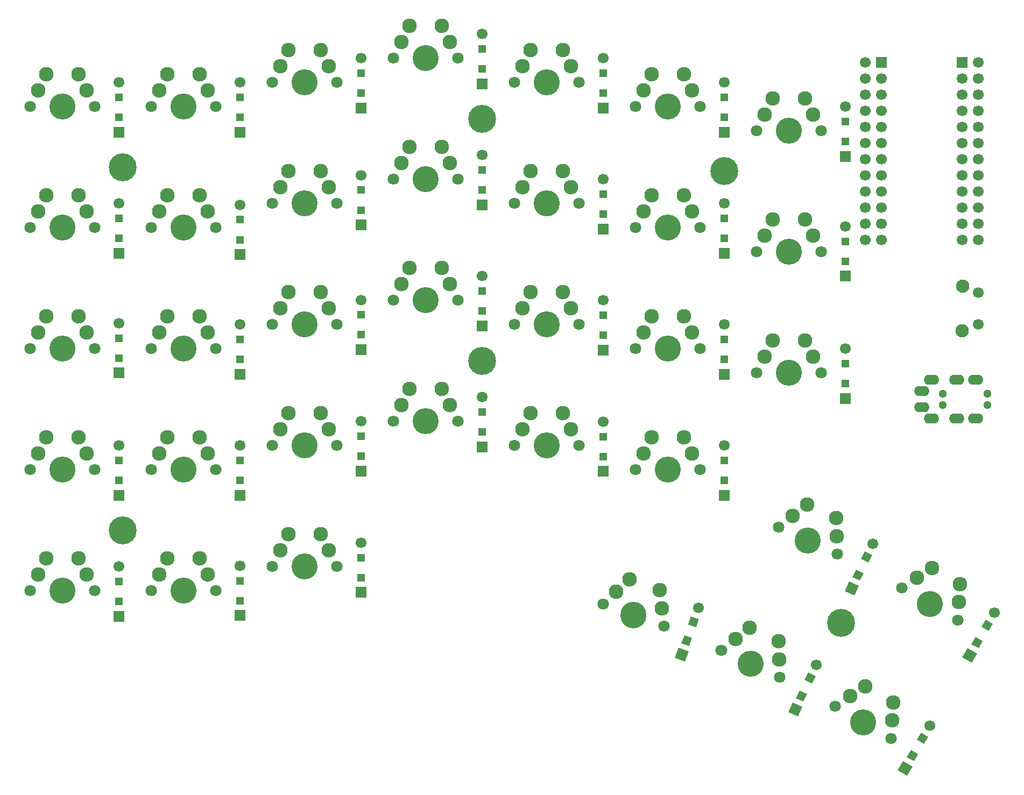
<source format=gts>
%TF.GenerationSoftware,KiCad,Pcbnew,(5.1.6)-1*%
%TF.CreationDate,2020-06-18T19:24:29+02:00*%
%TF.ProjectId,splitkb,73706c69-746b-4622-9e6b-696361645f70,rev?*%
%TF.SameCoordinates,Original*%
%TF.FileFunction,Soldermask,Top*%
%TF.FilePolarity,Negative*%
%FSLAX46Y46*%
G04 Gerber Fmt 4.6, Leading zero omitted, Abs format (unit mm)*
G04 Created by KiCad (PCBNEW (5.1.6)-1) date 2020-06-18 19:24:29*
%MOMM*%
%LPD*%
G01*
G04 APERTURE LIST*
%ADD10C,4.400000*%
%ADD11R,1.700000X1.700000*%
%ADD12C,1.700000*%
%ADD13C,0.100000*%
%ADD14R,1.300000X1.300000*%
%ADD15C,1.800000*%
%ADD16C,4.100000*%
%ADD17C,2.300000*%
%ADD18C,2.100000*%
%ADD19C,1.300000*%
%ADD20O,2.400000X1.600000*%
G04 APERTURE END LIST*
D10*
%TO.C,REF\u002A\u002A*%
X37465000Y-117475000D03*
%TD*%
%TO.C,REF\u002A\u002A*%
X37465000Y-60325000D03*
%TD*%
%TO.C,REF\u002A\u002A*%
X93980000Y-90805000D03*
%TD*%
%TO.C,REF\u002A\u002A*%
X93980000Y-52705000D03*
%TD*%
%TO.C,REF\u002A\u002A*%
X132080000Y-60960000D03*
%TD*%
%TO.C,REF\u002A\u002A*%
X150495000Y-132080000D03*
%TD*%
D11*
%TO.C,U1*%
X156845000Y-43815000D03*
D12*
X156845000Y-46355000D03*
X156845000Y-48895000D03*
X156845000Y-51435000D03*
X156845000Y-53975000D03*
X156845000Y-56515000D03*
X156845000Y-59055000D03*
X156845000Y-61595000D03*
X156845000Y-64135000D03*
X156845000Y-66675000D03*
X156845000Y-69215000D03*
X156845000Y-71755000D03*
X172085000Y-71755000D03*
X172085000Y-69215000D03*
X172085000Y-66675000D03*
X172085000Y-64135000D03*
X172085000Y-61595000D03*
X172085000Y-59055000D03*
X172085000Y-56515000D03*
X172085000Y-53975000D03*
X172085000Y-51435000D03*
X172085000Y-48895000D03*
X172085000Y-46355000D03*
X172085000Y-43815000D03*
%TD*%
%TO.C,D35*%
X174590000Y-130405770D03*
D13*
G36*
X171001122Y-138321890D02*
G01*
X169528878Y-137471890D01*
X170378878Y-135999646D01*
X171851122Y-136849646D01*
X171001122Y-138321890D01*
G37*
G36*
X172090417Y-136035176D02*
G01*
X170964583Y-135385176D01*
X171614583Y-134259342D01*
X172740417Y-134909342D01*
X172090417Y-136035176D01*
G37*
G36*
X173665417Y-133307196D02*
G01*
X172539583Y-132657196D01*
X173189583Y-131531362D01*
X174315417Y-132181362D01*
X173665417Y-133307196D01*
G37*
%TD*%
D12*
%TO.C,D34*%
X155447142Y-119562431D03*
D13*
G36*
X152561856Y-127761218D02*
G01*
X151021133Y-127042767D01*
X151739584Y-125502044D01*
X153280307Y-126220495D01*
X152561856Y-127761218D01*
G37*
G36*
X153447705Y-125388268D02*
G01*
X152269505Y-124838864D01*
X152818909Y-123660664D01*
X153997109Y-124210068D01*
X153447705Y-125388268D01*
G37*
G36*
X154778953Y-122533398D02*
G01*
X153600753Y-121983994D01*
X154150157Y-120805794D01*
X155328357Y-121355198D01*
X154778953Y-122533398D01*
G37*
%TD*%
D12*
%TO.C,D33*%
X151130000Y-88900000D03*
D11*
X151130000Y-96700000D03*
D14*
X151130000Y-94375000D03*
X151130000Y-91225000D03*
%TD*%
D12*
%TO.C,D32*%
X151130000Y-69669660D03*
D11*
X151130000Y-77469660D03*
D14*
X151130000Y-75144660D03*
X151130000Y-71994660D03*
%TD*%
D12*
%TO.C,D31*%
X151130000Y-50800000D03*
D11*
X151130000Y-58600000D03*
D14*
X151130000Y-56275000D03*
X151130000Y-53125000D03*
%TD*%
D12*
%TO.C,D30*%
X164430000Y-148185770D03*
D13*
G36*
X160841122Y-156101890D02*
G01*
X159368878Y-155251890D01*
X160218878Y-153779646D01*
X161691122Y-154629646D01*
X160841122Y-156101890D01*
G37*
G36*
X161930417Y-153815176D02*
G01*
X160804583Y-153165176D01*
X161454583Y-152039342D01*
X162580417Y-152689342D01*
X161930417Y-153815176D01*
G37*
G36*
X163505417Y-151087196D02*
G01*
X162379583Y-150437196D01*
X163029583Y-149311362D01*
X164155417Y-149961362D01*
X163505417Y-151087196D01*
G37*
%TD*%
D12*
%TO.C,D29*%
X132080000Y-104140000D03*
D11*
X132080000Y-111940000D03*
D14*
X132080000Y-109615000D03*
X132080000Y-106465000D03*
%TD*%
D12*
%TO.C,D28*%
X132080000Y-85090000D03*
D11*
X132080000Y-92890000D03*
D14*
X132080000Y-90565000D03*
X132080000Y-87415000D03*
%TD*%
D12*
%TO.C,D27*%
X132080000Y-66040000D03*
D11*
X132080000Y-73840000D03*
D14*
X132080000Y-71515000D03*
X132080000Y-68365000D03*
%TD*%
D12*
%TO.C,D26*%
X132080000Y-46990000D03*
D11*
X132080000Y-54790000D03*
D14*
X132080000Y-52465000D03*
X132080000Y-49315000D03*
%TD*%
D12*
%TO.C,D25*%
X146557142Y-138607800D03*
D13*
G36*
X143671856Y-146806587D02*
G01*
X142131133Y-146088136D01*
X142849584Y-144547413D01*
X144390307Y-145265864D01*
X143671856Y-146806587D01*
G37*
G36*
X144557705Y-144433637D02*
G01*
X143379505Y-143884233D01*
X143928909Y-142706033D01*
X145107109Y-143255437D01*
X144557705Y-144433637D01*
G37*
G36*
X145888953Y-141578767D02*
G01*
X144710753Y-141029363D01*
X145260157Y-139851163D01*
X146438357Y-140400567D01*
X145888953Y-141578767D01*
G37*
%TD*%
D12*
%TO.C,D24*%
X113030000Y-100398920D03*
D11*
X113030000Y-108198920D03*
D14*
X113030000Y-105873920D03*
X113030000Y-102723920D03*
%TD*%
D12*
%TO.C,D23*%
X113030000Y-81280000D03*
D11*
X113030000Y-89080000D03*
D14*
X113030000Y-86755000D03*
X113030000Y-83605000D03*
%TD*%
D12*
%TO.C,D22*%
X113030000Y-62230000D03*
D11*
X113030000Y-70030000D03*
D14*
X113030000Y-67705000D03*
X113030000Y-64555000D03*
%TD*%
D12*
%TO.C,D21*%
X113030000Y-43180000D03*
D11*
X113030000Y-50980000D03*
D14*
X113030000Y-48655000D03*
X113030000Y-45505000D03*
%TD*%
D12*
%TO.C,D20*%
X128045425Y-129682369D03*
D13*
G36*
X125885689Y-138101427D02*
G01*
X124288211Y-137519993D01*
X124869645Y-135922515D01*
X126467123Y-136503949D01*
X125885689Y-138101427D01*
G37*
G36*
X126561351Y-135660299D02*
G01*
X125339751Y-135215673D01*
X125784377Y-133994073D01*
X127005977Y-134438699D01*
X126561351Y-135660299D01*
G37*
G36*
X127638715Y-132700267D02*
G01*
X126417115Y-132255641D01*
X126861741Y-131034041D01*
X128083341Y-131478667D01*
X127638715Y-132700267D01*
G37*
%TD*%
D12*
%TO.C,D19*%
X93980000Y-96520000D03*
D11*
X93980000Y-104320000D03*
D14*
X93980000Y-101995000D03*
X93980000Y-98845000D03*
%TD*%
D12*
%TO.C,D18*%
X93980000Y-77470000D03*
D11*
X93980000Y-85270000D03*
D14*
X93980000Y-82945000D03*
X93980000Y-79795000D03*
%TD*%
D12*
%TO.C,D17*%
X93980000Y-58420000D03*
D11*
X93980000Y-66220000D03*
D14*
X93980000Y-63895000D03*
X93980000Y-60745000D03*
%TD*%
D12*
%TO.C,D16*%
X93980000Y-39370000D03*
D11*
X93980000Y-47170000D03*
D14*
X93980000Y-44845000D03*
X93980000Y-41695000D03*
%TD*%
D12*
%TO.C,D15*%
X74930000Y-119450000D03*
D11*
X74930000Y-127250000D03*
D14*
X74930000Y-124925000D03*
X74930000Y-121775000D03*
%TD*%
D12*
%TO.C,D14*%
X74930000Y-100330000D03*
D11*
X74930000Y-108130000D03*
D14*
X74930000Y-105805000D03*
X74930000Y-102655000D03*
%TD*%
D12*
%TO.C,D13*%
X74930000Y-81203800D03*
D11*
X74930000Y-89003800D03*
D14*
X74930000Y-86678800D03*
X74930000Y-83528800D03*
%TD*%
D12*
%TO.C,D12*%
X74930000Y-61595000D03*
D11*
X74930000Y-69395000D03*
D14*
X74930000Y-67070000D03*
X74930000Y-63920000D03*
%TD*%
D12*
%TO.C,D11*%
X74930000Y-43180000D03*
D11*
X74930000Y-50980000D03*
D14*
X74930000Y-48655000D03*
X74930000Y-45505000D03*
%TD*%
D12*
%TO.C,D10*%
X55880000Y-123088400D03*
D11*
X55880000Y-130888400D03*
D14*
X55880000Y-128563400D03*
X55880000Y-125413400D03*
%TD*%
D12*
%TO.C,D9*%
X55880000Y-104140000D03*
D11*
X55880000Y-111940000D03*
D14*
X55880000Y-109615000D03*
X55880000Y-106465000D03*
%TD*%
D12*
%TO.C,D8*%
X55880000Y-85090000D03*
D11*
X55880000Y-92890000D03*
D14*
X55880000Y-90565000D03*
X55880000Y-87415000D03*
%TD*%
D12*
%TO.C,D7*%
X55880000Y-66255900D03*
D11*
X55880000Y-74055900D03*
D14*
X55880000Y-71730900D03*
X55880000Y-68580900D03*
%TD*%
D12*
%TO.C,D6*%
X55880000Y-46990000D03*
D11*
X55880000Y-54790000D03*
D14*
X55880000Y-52465000D03*
X55880000Y-49315000D03*
%TD*%
D12*
%TO.C,D5*%
X36830000Y-123190000D03*
D11*
X36830000Y-130990000D03*
D14*
X36830000Y-128665000D03*
X36830000Y-125515000D03*
%TD*%
D12*
%TO.C,D4*%
X36830000Y-104140000D03*
D11*
X36830000Y-111940000D03*
D14*
X36830000Y-109615000D03*
X36830000Y-106465000D03*
%TD*%
D12*
%TO.C,D3*%
X36830000Y-84910000D03*
D11*
X36830000Y-92710000D03*
D14*
X36830000Y-90385000D03*
X36830000Y-87235000D03*
%TD*%
D12*
%TO.C,D2*%
X36830000Y-66040000D03*
D11*
X36830000Y-73840000D03*
D14*
X36830000Y-71515000D03*
X36830000Y-68365000D03*
%TD*%
D12*
%TO.C,D1*%
X36830000Y-46990000D03*
D11*
X36830000Y-54790000D03*
D14*
X36830000Y-52465000D03*
X36830000Y-49315000D03*
%TD*%
D15*
%TO.C,SW23*%
X109220000Y-85090000D03*
X99060000Y-85090000D03*
D16*
X104140000Y-85090000D03*
D17*
X100330000Y-82550000D03*
X106680000Y-80010000D03*
%TD*%
D18*
%TO.C,K1*%
X169535000Y-86050000D03*
X169585000Y-79050000D03*
D12*
X172085000Y-85050000D03*
X172085000Y-80050000D03*
%TD*%
%TO.C,U1*%
X154305000Y-43815000D03*
X154305000Y-46355000D03*
X154305000Y-48895000D03*
X154305000Y-51435000D03*
X154305000Y-53975000D03*
X154305000Y-56515000D03*
X154305000Y-59055000D03*
X154305000Y-61595000D03*
X154305000Y-64135000D03*
X154305000Y-66675000D03*
X154305000Y-69215000D03*
X154305000Y-71755000D03*
X169545000Y-71755000D03*
X169545000Y-69215000D03*
X169545000Y-66675000D03*
X169545000Y-64135000D03*
X169545000Y-61595000D03*
X169545000Y-59055000D03*
X169545000Y-56515000D03*
X169545000Y-53975000D03*
X169545000Y-51435000D03*
X169545000Y-48895000D03*
X169545000Y-46355000D03*
D11*
X169545000Y-43815000D03*
%TD*%
D17*
%TO.C,SW9*%
X44450000Y-102870000D03*
X50800000Y-105410000D03*
D16*
X46990000Y-107950000D03*
D15*
X52070000Y-107950000D03*
X41910000Y-107950000D03*
%TD*%
D17*
%TO.C,SW27*%
X120650000Y-64770000D03*
X127000000Y-67310000D03*
D16*
X123190000Y-69850000D03*
D15*
X128270000Y-69850000D03*
X118110000Y-69850000D03*
%TD*%
D17*
%TO.C,SW20*%
X117144800Y-125171200D03*
X122243117Y-129729847D03*
D16*
X117794157Y-130813570D03*
D15*
X122567795Y-132551032D03*
X113020518Y-129076107D03*
%TD*%
D17*
%TO.C,SW30*%
X154254200Y-142011400D03*
X158483461Y-147386105D03*
D16*
X153913905Y-147680809D03*
D15*
X158313314Y-150220809D03*
X149514495Y-145140809D03*
%TD*%
D17*
%TO.C,SW25*%
X136067800Y-132791200D03*
X140749404Y-137776848D03*
D16*
X136222921Y-138468694D03*
D15*
X140826965Y-140615595D03*
X131618877Y-136321793D03*
%TD*%
D17*
%TO.C,SW35*%
X164795200Y-123393200D03*
X169024461Y-128767905D03*
D16*
X164454905Y-129062609D03*
D15*
X168854314Y-131602609D03*
X160055495Y-126522609D03*
%TD*%
D17*
%TO.C,SW34*%
X145084800Y-113411000D03*
X149766404Y-118396648D03*
D16*
X145239921Y-119088494D03*
D15*
X149843965Y-121235395D03*
X140635877Y-116941593D03*
%TD*%
D17*
%TO.C,SW29*%
X120650000Y-102870000D03*
X127000000Y-105410000D03*
D16*
X123190000Y-107950000D03*
D15*
X128270000Y-107950000D03*
X118110000Y-107950000D03*
%TD*%
D17*
%TO.C,SW28*%
X120650000Y-83820000D03*
X127000000Y-86360000D03*
D16*
X123190000Y-88900000D03*
D15*
X128270000Y-88900000D03*
X118110000Y-88900000D03*
%TD*%
D17*
%TO.C,SW33*%
X139700000Y-87630000D03*
X146050000Y-90170000D03*
D16*
X142240000Y-92710000D03*
D15*
X147320000Y-92710000D03*
X137160000Y-92710000D03*
%TD*%
D17*
%TO.C,SW32*%
X139700000Y-68580000D03*
X146050000Y-71120000D03*
D16*
X142240000Y-73660000D03*
D15*
X147320000Y-73660000D03*
X137160000Y-73660000D03*
%TD*%
D17*
%TO.C,SW31*%
X139700000Y-49530000D03*
X146050000Y-52070000D03*
D16*
X142240000Y-54610000D03*
D15*
X147320000Y-54610000D03*
X137160000Y-54610000D03*
%TD*%
D17*
%TO.C,SW26*%
X120650000Y-45720000D03*
X127000000Y-48260000D03*
D16*
X123190000Y-50800000D03*
D15*
X128270000Y-50800000D03*
X118110000Y-50800000D03*
%TD*%
D17*
%TO.C,SW21*%
X101600000Y-41910000D03*
X107950000Y-44450000D03*
D16*
X104140000Y-46990000D03*
D15*
X109220000Y-46990000D03*
X99060000Y-46990000D03*
%TD*%
D17*
%TO.C,SW22*%
X101600000Y-60960000D03*
X107950000Y-63500000D03*
D16*
X104140000Y-66040000D03*
D15*
X109220000Y-66040000D03*
X99060000Y-66040000D03*
%TD*%
D17*
%TO.C,SW23*%
X101600000Y-80010000D03*
X107950000Y-82550000D03*
D16*
X104140000Y-85090000D03*
D15*
X109220000Y-85090000D03*
X99060000Y-85090000D03*
%TD*%
D17*
%TO.C,SW24*%
X101600000Y-99060000D03*
X107950000Y-101600000D03*
D16*
X104140000Y-104140000D03*
D15*
X109220000Y-104140000D03*
X99060000Y-104140000D03*
%TD*%
D17*
%TO.C,SW19*%
X82550000Y-95250000D03*
X88900000Y-97790000D03*
D16*
X85090000Y-100330000D03*
D15*
X90170000Y-100330000D03*
X80010000Y-100330000D03*
%TD*%
D17*
%TO.C,SW18*%
X82550000Y-76200000D03*
X88900000Y-78740000D03*
D16*
X85090000Y-81280000D03*
D15*
X90170000Y-81280000D03*
X80010000Y-81280000D03*
%TD*%
D17*
%TO.C,SW17*%
X82550000Y-57150000D03*
X88900000Y-59690000D03*
D16*
X85090000Y-62230000D03*
D15*
X90170000Y-62230000D03*
X80010000Y-62230000D03*
%TD*%
D17*
%TO.C,SW16*%
X82550000Y-38100000D03*
X88900000Y-40640000D03*
D16*
X85090000Y-43180000D03*
D15*
X90170000Y-43180000D03*
X80010000Y-43180000D03*
%TD*%
D17*
%TO.C,SW11*%
X63500000Y-41910000D03*
X69850000Y-44450000D03*
D16*
X66040000Y-46990000D03*
D15*
X71120000Y-46990000D03*
X60960000Y-46990000D03*
%TD*%
D17*
%TO.C,SW12*%
X63500000Y-60960000D03*
X69850000Y-63500000D03*
D16*
X66040000Y-66040000D03*
D15*
X71120000Y-66040000D03*
X60960000Y-66040000D03*
%TD*%
D17*
%TO.C,SW13*%
X63500000Y-80010000D03*
X69850000Y-82550000D03*
D16*
X66040000Y-85090000D03*
D15*
X71120000Y-85090000D03*
X60960000Y-85090000D03*
%TD*%
D17*
%TO.C,SW14*%
X63500000Y-99060000D03*
X69850000Y-101600000D03*
D16*
X66040000Y-104140000D03*
D15*
X71120000Y-104140000D03*
X60960000Y-104140000D03*
%TD*%
D17*
%TO.C,SW15*%
X63500000Y-118110000D03*
X69850000Y-120650000D03*
D16*
X66040000Y-123190000D03*
D15*
X71120000Y-123190000D03*
X60960000Y-123190000D03*
%TD*%
D17*
%TO.C,SW10*%
X44450000Y-121920000D03*
X50800000Y-124460000D03*
D16*
X46990000Y-127000000D03*
D15*
X52070000Y-127000000D03*
X41910000Y-127000000D03*
%TD*%
D17*
%TO.C,SW5*%
X25400000Y-121920000D03*
X31750000Y-124460000D03*
D16*
X27940000Y-127000000D03*
D15*
X33020000Y-127000000D03*
X22860000Y-127000000D03*
%TD*%
D17*
%TO.C,SW4*%
X25400000Y-102870000D03*
X31750000Y-105410000D03*
D16*
X27940000Y-107950000D03*
D15*
X33020000Y-107950000D03*
X22860000Y-107950000D03*
%TD*%
D17*
%TO.C,SW8*%
X44450000Y-83820000D03*
X50800000Y-86360000D03*
D16*
X46990000Y-88900000D03*
D15*
X52070000Y-88900000D03*
X41910000Y-88900000D03*
%TD*%
D17*
%TO.C,SW3*%
X25400000Y-83820000D03*
X31750000Y-86360000D03*
D16*
X27940000Y-88900000D03*
D15*
X33020000Y-88900000D03*
X22860000Y-88900000D03*
%TD*%
D17*
%TO.C,SW2*%
X25400000Y-64770000D03*
X31750000Y-67310000D03*
D16*
X27940000Y-69850000D03*
D15*
X33020000Y-69850000D03*
X22860000Y-69850000D03*
%TD*%
D17*
%TO.C,SW7*%
X44450000Y-64770000D03*
X50800000Y-67310000D03*
D16*
X46990000Y-69850000D03*
D15*
X52070000Y-69850000D03*
X41910000Y-69850000D03*
%TD*%
D17*
%TO.C,SW6*%
X44450000Y-45720000D03*
X50800000Y-48260000D03*
D16*
X46990000Y-50800000D03*
D15*
X52070000Y-50800000D03*
X41910000Y-50800000D03*
%TD*%
D17*
%TO.C,SW1*%
X25400000Y-45720000D03*
X31750000Y-48260000D03*
D16*
X27940000Y-50800000D03*
D15*
X33020000Y-50800000D03*
X22860000Y-50800000D03*
%TD*%
D19*
%TO.C,J1*%
X173460000Y-95935000D03*
X166460000Y-95935000D03*
D20*
X171660000Y-93785000D03*
X168660000Y-93785000D03*
X164660000Y-93785000D03*
X163160000Y-98085000D03*
%TD*%
D15*
%TO.C,SW35*%
X168849105Y-131602609D03*
X160050286Y-126522609D03*
D16*
X164449695Y-129062609D03*
D17*
X162420139Y-124957905D03*
X169189400Y-125933200D03*
%TD*%
%TO.C,SW34*%
X149682200Y-115544600D03*
X142853695Y-115162996D03*
D16*
X145233277Y-119075193D03*
D15*
X140629234Y-116928292D03*
X149837321Y-121222094D03*
%TD*%
%TO.C,SW33*%
X147320000Y-92710000D03*
X137160000Y-92710000D03*
D16*
X142240000Y-92710000D03*
D17*
X138430000Y-90170000D03*
X144780000Y-87630000D03*
%TD*%
D15*
%TO.C,SW32*%
X147320000Y-73660000D03*
X137160000Y-73660000D03*
D16*
X142240000Y-73660000D03*
D17*
X138430000Y-71120000D03*
X144780000Y-68580000D03*
%TD*%
D15*
%TO.C,SW31*%
X147320000Y-54610000D03*
X137160000Y-54610000D03*
D16*
X142240000Y-54610000D03*
D17*
X138430000Y-52070000D03*
X144780000Y-49530000D03*
%TD*%
D15*
%TO.C,SW30*%
X158308105Y-150220809D03*
X149509286Y-145140809D03*
D16*
X153908695Y-147680809D03*
D17*
X151879139Y-143576105D03*
X158648400Y-144551400D03*
%TD*%
D15*
%TO.C,SW29*%
X128270000Y-107950000D03*
X118110000Y-107950000D03*
D16*
X123190000Y-107950000D03*
D17*
X119380000Y-105410000D03*
X125730000Y-102870000D03*
%TD*%
D15*
%TO.C,SW28*%
X128270000Y-88900000D03*
X118110000Y-88900000D03*
D16*
X123190000Y-88900000D03*
D17*
X119380000Y-86360000D03*
X125730000Y-83820000D03*
%TD*%
D15*
%TO.C,SW27*%
X128270000Y-69850000D03*
X118110000Y-69850000D03*
D16*
X123190000Y-69850000D03*
D17*
X119380000Y-67310000D03*
X125730000Y-64770000D03*
%TD*%
D15*
%TO.C,SW26*%
X128270000Y-50800000D03*
X118110000Y-50800000D03*
D16*
X123190000Y-50800000D03*
D17*
X119380000Y-48260000D03*
X125730000Y-45720000D03*
%TD*%
D15*
%TO.C,SW25*%
X140820321Y-140627694D03*
X131612234Y-136333892D03*
D16*
X136216277Y-138480793D03*
D17*
X133836695Y-134568596D03*
X140665200Y-134950200D03*
%TD*%
D15*
%TO.C,SW24*%
X109220000Y-104140000D03*
X99060000Y-104140000D03*
D16*
X104140000Y-104140000D03*
D17*
X100330000Y-101600000D03*
X106680000Y-99060000D03*
%TD*%
D15*
%TO.C,SW22*%
X109220000Y-66040000D03*
X99060000Y-66040000D03*
D16*
X104140000Y-66040000D03*
D17*
X100330000Y-63500000D03*
X106680000Y-60960000D03*
%TD*%
D15*
%TO.C,SW21*%
X109220000Y-46990000D03*
X99060000Y-46990000D03*
D16*
X104140000Y-46990000D03*
D17*
X100330000Y-44450000D03*
X106680000Y-41910000D03*
%TD*%
D15*
%TO.C,SW20*%
X122569357Y-132547463D03*
X113022080Y-129072538D03*
D16*
X117795718Y-130810000D03*
D17*
X115084221Y-127120084D03*
X121920000Y-126905093D03*
%TD*%
D15*
%TO.C,SW19*%
X90170000Y-100330000D03*
X80010000Y-100330000D03*
D16*
X85090000Y-100330000D03*
D17*
X81280000Y-97790000D03*
X87630000Y-95250000D03*
%TD*%
D15*
%TO.C,SW18*%
X90170000Y-81280000D03*
X80010000Y-81280000D03*
D16*
X85090000Y-81280000D03*
D17*
X81280000Y-78740000D03*
X87630000Y-76200000D03*
%TD*%
D15*
%TO.C,SW17*%
X90170000Y-62230000D03*
X80010000Y-62230000D03*
D16*
X85090000Y-62230000D03*
D17*
X81280000Y-59690000D03*
X87630000Y-57150000D03*
%TD*%
D15*
%TO.C,SW16*%
X90170000Y-43180000D03*
X80010000Y-43180000D03*
D16*
X85090000Y-43180000D03*
D17*
X81280000Y-40640000D03*
X87630000Y-38100000D03*
%TD*%
D15*
%TO.C,SW15*%
X71120000Y-123190000D03*
X60960000Y-123190000D03*
D16*
X66040000Y-123190000D03*
D17*
X62230000Y-120650000D03*
X68580000Y-118110000D03*
%TD*%
D15*
%TO.C,SW14*%
X71120000Y-104140000D03*
X60960000Y-104140000D03*
D16*
X66040000Y-104140000D03*
D17*
X62230000Y-101600000D03*
X68580000Y-99060000D03*
%TD*%
D15*
%TO.C,SW13*%
X71120000Y-85090000D03*
X60960000Y-85090000D03*
D16*
X66040000Y-85090000D03*
D17*
X62230000Y-82550000D03*
X68580000Y-80010000D03*
%TD*%
D15*
%TO.C,SW12*%
X71120000Y-66040000D03*
X60960000Y-66040000D03*
D16*
X66040000Y-66040000D03*
D17*
X62230000Y-63500000D03*
X68580000Y-60960000D03*
%TD*%
D15*
%TO.C,SW11*%
X71120000Y-46990000D03*
X60960000Y-46990000D03*
D16*
X66040000Y-46990000D03*
D17*
X62230000Y-44450000D03*
X68580000Y-41910000D03*
%TD*%
D15*
%TO.C,SW10*%
X52070000Y-127000000D03*
X41910000Y-127000000D03*
D16*
X46990000Y-127000000D03*
D17*
X43180000Y-124460000D03*
X49530000Y-121920000D03*
%TD*%
D15*
%TO.C,SW9*%
X52070000Y-107950000D03*
X41910000Y-107950000D03*
D16*
X46990000Y-107950000D03*
D17*
X43180000Y-105410000D03*
X49530000Y-102870000D03*
%TD*%
D15*
%TO.C,SW8*%
X52070000Y-88900000D03*
X41910000Y-88900000D03*
D16*
X46990000Y-88900000D03*
D17*
X43180000Y-86360000D03*
X49530000Y-83820000D03*
%TD*%
D15*
%TO.C,SW7*%
X52070000Y-69850000D03*
X41910000Y-69850000D03*
D16*
X46990000Y-69850000D03*
D17*
X43180000Y-67310000D03*
X49530000Y-64770000D03*
%TD*%
D15*
%TO.C,SW6*%
X52070000Y-50800000D03*
X41910000Y-50800000D03*
D16*
X46990000Y-50800000D03*
D17*
X43180000Y-48260000D03*
X49530000Y-45720000D03*
%TD*%
D15*
%TO.C,SW5*%
X33020000Y-127000000D03*
X22860000Y-127000000D03*
D16*
X27940000Y-127000000D03*
D17*
X24130000Y-124460000D03*
X30480000Y-121920000D03*
%TD*%
D15*
%TO.C,SW4*%
X33020000Y-107950000D03*
X22860000Y-107950000D03*
D16*
X27940000Y-107950000D03*
D17*
X24130000Y-105410000D03*
X30480000Y-102870000D03*
%TD*%
D15*
%TO.C,SW3*%
X33020000Y-88900000D03*
X22860000Y-88900000D03*
D16*
X27940000Y-88900000D03*
D17*
X24130000Y-86360000D03*
X30480000Y-83820000D03*
%TD*%
D15*
%TO.C,SW2*%
X33020000Y-69850000D03*
X22860000Y-69850000D03*
D16*
X27940000Y-69850000D03*
D17*
X24130000Y-67310000D03*
X30480000Y-64770000D03*
%TD*%
D15*
%TO.C,SW1*%
X33020000Y-50800000D03*
X22860000Y-50800000D03*
D16*
X27940000Y-50800000D03*
D17*
X24130000Y-48260000D03*
X30480000Y-45720000D03*
%TD*%
D20*
%TO.C,J1*%
X163160000Y-95590000D03*
X164660000Y-99890000D03*
X168660000Y-99890000D03*
X171660000Y-99890000D03*
D19*
X166460000Y-97740000D03*
X173460000Y-97740000D03*
%TD*%
D11*
%TO.C,D1*%
X36830000Y-54790000D03*
D12*
X36830000Y-46990000D03*
%TD*%
D11*
%TO.C,D2*%
X36830000Y-73840000D03*
D12*
X36830000Y-66040000D03*
%TD*%
%TO.C,D3*%
X36830000Y-84910000D03*
D11*
X36830000Y-92710000D03*
%TD*%
%TO.C,D4*%
X36830000Y-111940000D03*
D12*
X36830000Y-104140000D03*
%TD*%
D11*
%TO.C,D5*%
X36830000Y-130990000D03*
D12*
X36830000Y-123190000D03*
%TD*%
D11*
%TO.C,D6*%
X55880000Y-54790000D03*
D12*
X55880000Y-46990000D03*
%TD*%
D11*
%TO.C,D7*%
X55880000Y-74055000D03*
D12*
X55880000Y-66255000D03*
%TD*%
D11*
%TO.C,D8*%
X55880000Y-92890000D03*
D12*
X55880000Y-85090000D03*
%TD*%
%TO.C,D9*%
X55880000Y-104140000D03*
D11*
X55880000Y-111940000D03*
%TD*%
D12*
%TO.C,D10*%
X55880000Y-123088400D03*
D11*
X55880000Y-130888400D03*
%TD*%
D12*
%TO.C,D11*%
X74930000Y-43180000D03*
D11*
X74930000Y-50980000D03*
%TD*%
%TO.C,D12*%
X74930000Y-69395000D03*
D12*
X74930000Y-61595000D03*
%TD*%
D11*
%TO.C,D13*%
X74930000Y-88997600D03*
D12*
X74930000Y-81197600D03*
%TD*%
%TO.C,D14*%
X74930000Y-100330000D03*
D11*
X74930000Y-108130000D03*
%TD*%
D12*
%TO.C,D15*%
X74930000Y-119450000D03*
D11*
X74930000Y-127250000D03*
%TD*%
%TO.C,D16*%
X93980000Y-47170000D03*
D12*
X93980000Y-39370000D03*
%TD*%
%TO.C,D17*%
X93980000Y-58420000D03*
D11*
X93980000Y-66220000D03*
%TD*%
D12*
%TO.C,D18*%
X93980000Y-77470000D03*
D11*
X93980000Y-85270000D03*
%TD*%
%TO.C,D19*%
X93980000Y-104320000D03*
D12*
X93980000Y-96520000D03*
%TD*%
%TO.C,D20*%
X128045425Y-129682369D03*
D13*
G36*
X125885689Y-138101427D02*
G01*
X124288211Y-137519993D01*
X124869645Y-135922515D01*
X126467123Y-136503949D01*
X125885689Y-138101427D01*
G37*
%TD*%
D12*
%TO.C,D21*%
X113030000Y-43180000D03*
D11*
X113030000Y-50980000D03*
%TD*%
D12*
%TO.C,D22*%
X113030000Y-62230000D03*
D11*
X113030000Y-70030000D03*
%TD*%
D12*
%TO.C,D23*%
X113030000Y-81280000D03*
D11*
X113030000Y-89080000D03*
%TD*%
D12*
%TO.C,D24*%
X113030000Y-100400000D03*
D11*
X113030000Y-108200000D03*
%TD*%
D13*
%TO.C,D25*%
G36*
X143672714Y-146806587D02*
G01*
X142131991Y-146088136D01*
X142850442Y-144547413D01*
X144391165Y-145265864D01*
X143672714Y-146806587D01*
G37*
D12*
X146558000Y-138607800D03*
%TD*%
D11*
%TO.C,D26*%
X132080000Y-54790000D03*
D12*
X132080000Y-46990000D03*
%TD*%
%TO.C,D27*%
X132080000Y-66040000D03*
D11*
X132080000Y-73840000D03*
%TD*%
%TO.C,D28*%
X132080000Y-92890000D03*
D12*
X132080000Y-85090000D03*
%TD*%
D11*
%TO.C,D29*%
X132080000Y-111940000D03*
D12*
X132080000Y-104140000D03*
%TD*%
%TO.C,D30*%
X164430000Y-148185770D03*
D13*
G36*
X160841122Y-156101890D02*
G01*
X159368878Y-155251890D01*
X160218878Y-153779646D01*
X161691122Y-154629646D01*
X160841122Y-156101890D01*
G37*
%TD*%
D11*
%TO.C,D31*%
X151130000Y-58600000D03*
D12*
X151130000Y-50800000D03*
%TD*%
D11*
%TO.C,D32*%
X151130000Y-77470000D03*
D12*
X151130000Y-69670000D03*
%TD*%
D11*
%TO.C,D33*%
X151130000Y-96700000D03*
D12*
X151130000Y-88900000D03*
%TD*%
%TO.C,D34*%
X155447142Y-119562431D03*
D13*
G36*
X152561856Y-127761218D02*
G01*
X151021133Y-127042767D01*
X151739584Y-125502044D01*
X153280307Y-126220495D01*
X152561856Y-127761218D01*
G37*
%TD*%
D12*
%TO.C,D35*%
X174590000Y-130405770D03*
D13*
G36*
X171001122Y-138321890D02*
G01*
X169528878Y-137471890D01*
X170378878Y-135999646D01*
X171851122Y-136849646D01*
X171001122Y-138321890D01*
G37*
%TD*%
M02*

</source>
